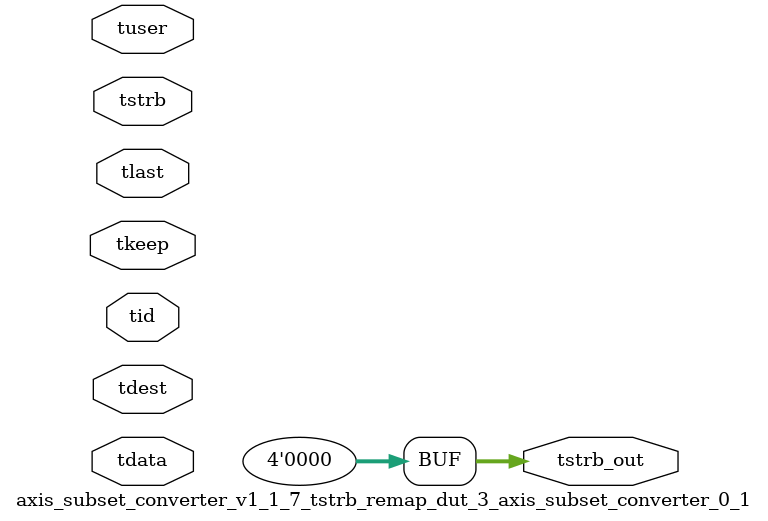
<source format=v>


`timescale 1ps/1ps

module axis_subset_converter_v1_1_7_tstrb_remap_dut_3_axis_subset_converter_0_1 #
(
parameter C_S_AXIS_TDATA_WIDTH = 32,
parameter C_S_AXIS_TUSER_WIDTH = 0,
parameter C_S_AXIS_TID_WIDTH   = 0,
parameter C_S_AXIS_TDEST_WIDTH = 0,
parameter C_M_AXIS_TDATA_WIDTH = 32
)
(
input  [(C_S_AXIS_TDATA_WIDTH == 0 ? 1 : C_S_AXIS_TDATA_WIDTH)-1:0     ] tdata,
input  [(C_S_AXIS_TUSER_WIDTH == 0 ? 1 : C_S_AXIS_TUSER_WIDTH)-1:0     ] tuser,
input  [(C_S_AXIS_TID_WIDTH   == 0 ? 1 : C_S_AXIS_TID_WIDTH)-1:0       ] tid,
input  [(C_S_AXIS_TDEST_WIDTH == 0 ? 1 : C_S_AXIS_TDEST_WIDTH)-1:0     ] tdest,
input  [(C_S_AXIS_TDATA_WIDTH/8)-1:0 ] tkeep,
input  [(C_S_AXIS_TDATA_WIDTH/8)-1:0 ] tstrb,
input                                                                    tlast,
output [(C_M_AXIS_TDATA_WIDTH/8)-1:0 ] tstrb_out
);

assign tstrb_out = {1'b0};

endmodule


</source>
